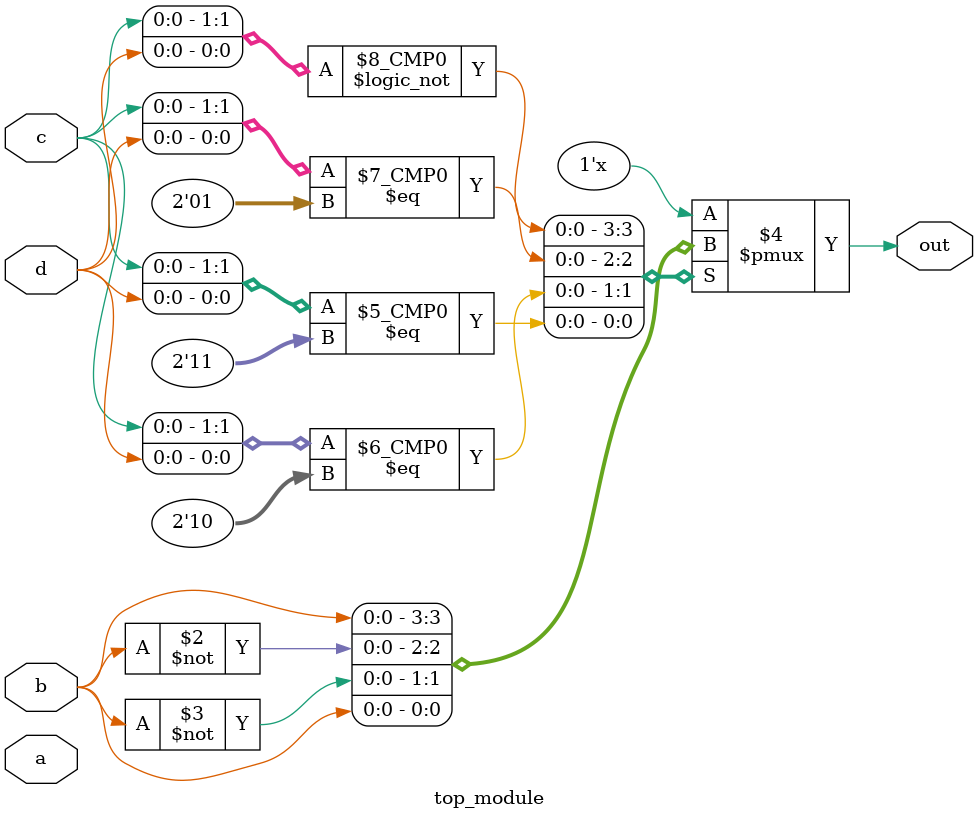
<source format=sv>
module top_module (
    input a, 
    input b,
    input c,
    input d,
    output reg out
);

always @(*) begin
    case ({c, d})
        2'b00: out = b;
        2'b01: out = ~b;
        2'b10: out = ~b;
        2'b11: out = b;
        default: out = 1'b0;
    endcase
end

endmodule

</source>
